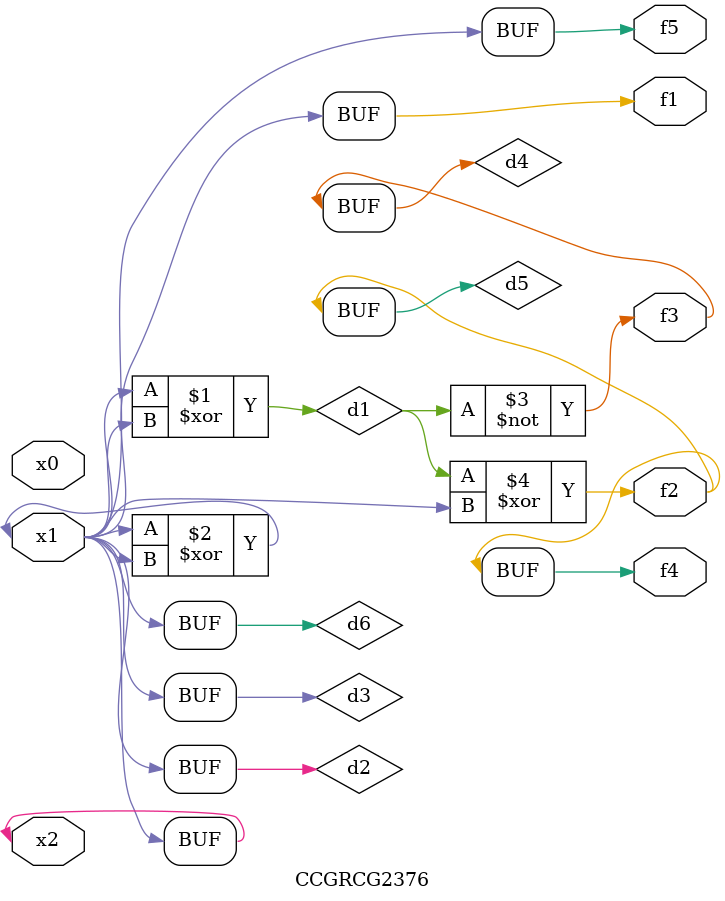
<source format=v>
module CCGRCG2376(
	input x0, x1, x2,
	output f1, f2, f3, f4, f5
);

	wire d1, d2, d3, d4, d5, d6;

	xor (d1, x1, x2);
	buf (d2, x1, x2);
	xor (d3, x1, x2);
	nor (d4, d1);
	xor (d5, d1, d2);
	buf (d6, d2, d3);
	assign f1 = d6;
	assign f2 = d5;
	assign f3 = d4;
	assign f4 = d5;
	assign f5 = d6;
endmodule

</source>
